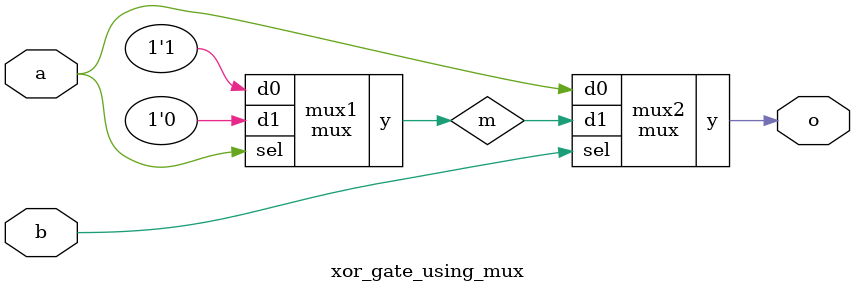
<source format=sv>

module mux
(
  input  d0, d1,
  input  sel,
  output y
);

  assign y = sel ? d1 : d0;

endmodule

//----------------------------------------------------------------------------
// Task
//----------------------------------------------------------------------------

module xor_gate_using_mux
(
    input  a,
    input  b,
    output o
);

  // Task:
  // Implement xor gate using instance(s) of mux,
  // constants 0 and 1, and wire connections
  wire m;

  mux mux1(1'b1,1'b0,a,m);
  mux mux2(a,m,b,o);   

endmodule

</source>
